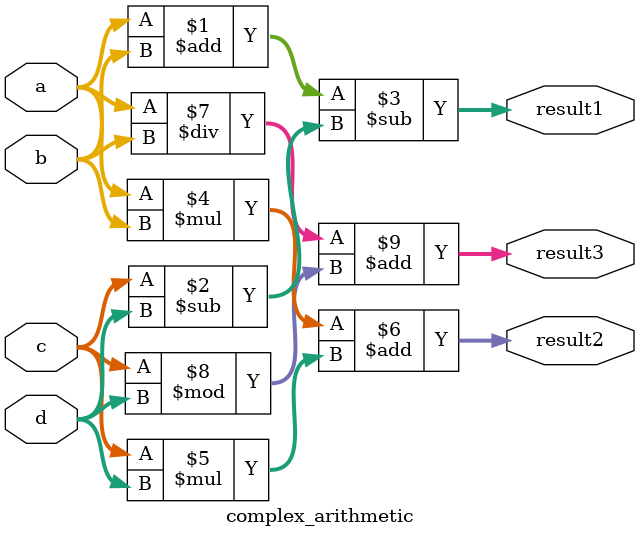
<source format=v>
module complex_arithmetic(a, b, c, d, result1, result2, result3);
  input [3:0] a, b, c, d;
  output [4:0] result1;
  output [7:0] result2;
  output [3:0] result3;
  
  // Complex arithmetic expressions
  assign result1 = (a + b) - (c - d);
  assign result2 = (a * b) + (c * d);
  assign result3 = (a / b) + (c % d);
endmodule

</source>
